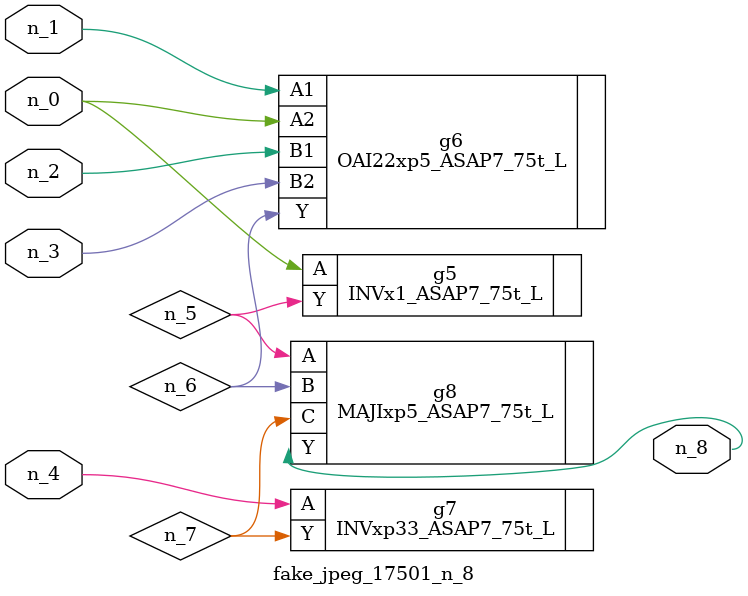
<source format=v>
module fake_jpeg_17501_n_8 (n_3, n_2, n_1, n_0, n_4, n_8);

input n_3;
input n_2;
input n_1;
input n_0;
input n_4;

output n_8;

wire n_6;
wire n_5;
wire n_7;

INVx1_ASAP7_75t_L g5 ( 
.A(n_0),
.Y(n_5)
);

OAI22xp5_ASAP7_75t_L g6 ( 
.A1(n_1),
.A2(n_0),
.B1(n_2),
.B2(n_3),
.Y(n_6)
);

INVxp33_ASAP7_75t_L g7 ( 
.A(n_4),
.Y(n_7)
);

MAJIxp5_ASAP7_75t_L g8 ( 
.A(n_5),
.B(n_6),
.C(n_7),
.Y(n_8)
);


endmodule
</source>
